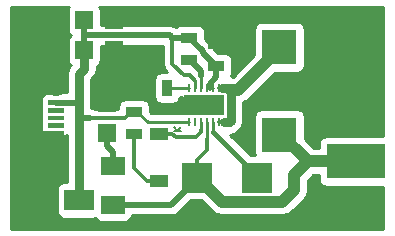
<source format=gbr>
G04 #@! TF.FileFunction,Copper,L1,Top,Signal*
%FSLAX46Y46*%
G04 Gerber Fmt 4.6, Leading zero omitted, Abs format (unit mm)*
G04 Created by KiCad (PCBNEW 4.1.0-alpha+201607041450+6962~46~ubuntu16.04.1-product) date Tue Jul  5 21:20:07 2016*
%MOMM*%
%LPD*%
G01*
G04 APERTURE LIST*
%ADD10C,0.100000*%
%ADD11C,0.150000*%
%ADD12R,0.250000X0.700000*%
%ADD13R,0.825000X0.850000*%
%ADD14R,2.550160X2.499360*%
%ADD15R,5.000000X3.000000*%
%ADD16R,3.000000X3.000000*%
%ADD17C,1.450000*%
%ADD18C,1.900000*%
%ADD19R,1.397000X0.889000*%
%ADD20R,2.499360X1.800860*%
%ADD21R,1.524000X1.524000*%
%ADD22R,0.889000X1.397000*%
%ADD23R,1.500000X1.050000*%
%ADD24R,2.032000X1.524000*%
%ADD25C,0.800000*%
%ADD26C,0.250000*%
%ADD27C,0.300000*%
%ADD28C,0.500000*%
%ADD29C,0.800000*%
%ADD30C,1.000000*%
%ADD31C,0.400000*%
%ADD32C,0.254000*%
G04 APERTURE END LIST*
D10*
D11*
X152636220Y-119229120D02*
X152941020Y-118909080D01*
X152651460Y-119191020D02*
X152379680Y-118916700D01*
X152379680Y-119221500D02*
X152948640Y-119226580D01*
D12*
X156157500Y-115600000D03*
X155657500Y-115600000D03*
X155157500Y-115600000D03*
X154657500Y-115600000D03*
X154157500Y-115600000D03*
X153657500Y-115600000D03*
X153657500Y-118500000D03*
X154157500Y-118500000D03*
X154657500Y-118500000D03*
X155157500Y-118500000D03*
X155657500Y-118500000D03*
X156157500Y-118500000D03*
D13*
X153670000Y-117475000D03*
X154495000Y-117475000D03*
X155320000Y-117475000D03*
X156145000Y-117475000D03*
X153670000Y-116625000D03*
X154495000Y-116625000D03*
X155320000Y-116625000D03*
X156145000Y-116625000D03*
D14*
X154335480Y-123190000D03*
X159385000Y-123190000D03*
D15*
X167775000Y-121800000D03*
X167775000Y-114300000D03*
D16*
X161290000Y-112124000D03*
X161290000Y-119524000D03*
D17*
X142400000Y-115610000D03*
X142400000Y-120610000D03*
D10*
G36*
X141725000Y-117910000D02*
X143075000Y-117910000D01*
X143075000Y-118310000D01*
X141725000Y-118310000D01*
X141725000Y-117910000D01*
X141725000Y-117910000D01*
G37*
G36*
X141725000Y-117260000D02*
X143075000Y-117260000D01*
X143075000Y-117660000D01*
X141725000Y-117660000D01*
X141725000Y-117260000D01*
X141725000Y-117260000D01*
G37*
G36*
X141725000Y-116610000D02*
X143075000Y-116610000D01*
X143075000Y-117010000D01*
X141725000Y-117010000D01*
X141725000Y-116610000D01*
X141725000Y-116610000D01*
G37*
G36*
X141725000Y-118560000D02*
X143075000Y-118560000D01*
X143075000Y-118960000D01*
X141725000Y-118960000D01*
X141725000Y-118560000D01*
X141725000Y-118560000D01*
G37*
G36*
X141725000Y-119210000D02*
X143075000Y-119210000D01*
X143075000Y-119610000D01*
X141725000Y-119610000D01*
X141725000Y-119210000D01*
X141725000Y-119210000D01*
G37*
G36*
X138750000Y-116360000D02*
X140650000Y-116360000D01*
X140650000Y-117860000D01*
X138750000Y-117860000D01*
X138750000Y-116360000D01*
X138750000Y-116360000D01*
G37*
G36*
X138750000Y-118360000D02*
X140650000Y-118360000D01*
X140650000Y-119860000D01*
X138750000Y-119860000D01*
X138750000Y-118360000D01*
X138750000Y-118360000D01*
G37*
D18*
X139700000Y-121610000D03*
X139700000Y-114610000D03*
D19*
X155956000Y-113728500D03*
X155956000Y-111823500D03*
D20*
X140335000Y-125095000D03*
X144332960Y-125095000D03*
D21*
X146685000Y-119380000D03*
X146685000Y-116840000D03*
X142240000Y-112395000D03*
X142240000Y-109855000D03*
X144780000Y-112395000D03*
X144780000Y-109855000D03*
X147320000Y-112395000D03*
X147320000Y-109855000D03*
D19*
X153670000Y-113220500D03*
X153670000Y-111315500D03*
D22*
X151765000Y-115570000D03*
X149860000Y-115570000D03*
D23*
X151130000Y-123444000D03*
X151130000Y-119444000D03*
D19*
X148971000Y-117602000D03*
X148971000Y-119507000D03*
D24*
X147193000Y-125476000D03*
X147193000Y-122174000D03*
D25*
X168910000Y-112014000D03*
X165608000Y-112014000D03*
X167132000Y-111252000D03*
X141732000Y-122936000D03*
X140716000Y-126746000D03*
X155956000Y-110744000D03*
X157480000Y-112268000D03*
X148590000Y-115316000D03*
X156145000Y-117475000D03*
X156145000Y-116625000D03*
X153670000Y-117475000D03*
X154495000Y-117475000D03*
X155320000Y-117475000D03*
X155320000Y-116625000D03*
X154495000Y-116625000D03*
X153670000Y-116625000D03*
D26*
X153657500Y-118500000D02*
X150123000Y-118500000D01*
X150123000Y-118500000D02*
X149225000Y-117602000D01*
X149225000Y-117602000D02*
X148971000Y-117602000D01*
D27*
X147782000Y-118110000D02*
X147574000Y-118110000D01*
X147574000Y-118110000D02*
X146177000Y-118110000D01*
X148717000Y-117602000D02*
X148209000Y-118110000D01*
X148209000Y-118110000D02*
X147574000Y-118110000D01*
X148971000Y-117602000D02*
X148717000Y-117602000D01*
X153728999Y-114521499D02*
X153197997Y-114521499D01*
X153197997Y-114521499D02*
X152227000Y-113550502D01*
X152227000Y-113550502D02*
X152227000Y-111315500D01*
X145288000Y-118110000D02*
X146177000Y-118110000D01*
D26*
X155407360Y-115600000D02*
X155657500Y-115600000D01*
X155407360Y-115600000D02*
X155157500Y-115600000D01*
D28*
X155407360Y-115600000D02*
X155407360Y-115221640D01*
X155407360Y-115221640D02*
X155956000Y-114673000D01*
X155956000Y-114673000D02*
X155956000Y-113728500D01*
X153670000Y-111315500D02*
X154818501Y-112464001D01*
X154818501Y-112464001D02*
X154818501Y-112591001D01*
X154818501Y-112591001D02*
X155956000Y-113728500D01*
X152036500Y-111125000D02*
X152227000Y-111315500D01*
X152227000Y-111315500D02*
X153670000Y-111315500D01*
D29*
X144332960Y-118110000D02*
X144332960Y-118618000D01*
X144332960Y-116840000D02*
X144332960Y-118110000D01*
D28*
X144332960Y-118110000D02*
X145288000Y-118110000D01*
D27*
X145288000Y-118110000D02*
X144115000Y-118110000D01*
D29*
X144332960Y-114404040D02*
X144332960Y-116840000D01*
D28*
X142400000Y-116810000D02*
X144302960Y-116810000D01*
X144302960Y-116810000D02*
X144332960Y-116840000D01*
D29*
X144332960Y-118618000D02*
X144332960Y-118327960D01*
X144332960Y-125095000D02*
X144332960Y-118618000D01*
X144780000Y-112395000D02*
X144780000Y-113957000D01*
X144780000Y-113957000D02*
X144332960Y-114404040D01*
D28*
X144780000Y-109855000D02*
X144780000Y-111125000D01*
X144780000Y-111125000D02*
X144780000Y-112395000D01*
X152036500Y-111125000D02*
X144780000Y-111125000D01*
D26*
X154157500Y-115600000D02*
X154157500Y-114950000D01*
D27*
X154157500Y-114950000D02*
X153728999Y-114521499D01*
D28*
X165608000Y-112014000D02*
X168910000Y-112014000D01*
X168275000Y-114300000D02*
X168275000Y-112395000D01*
X168275000Y-112395000D02*
X167132000Y-111252000D01*
X140335000Y-125095000D02*
X140335000Y-126365000D01*
X140335000Y-126365000D02*
X140716000Y-126746000D01*
X155956000Y-111823500D02*
X157035500Y-111823500D01*
X157035500Y-111823500D02*
X157480000Y-112268000D01*
X149860000Y-115570000D02*
X148844000Y-115570000D01*
X148844000Y-115570000D02*
X148590000Y-115316000D01*
D27*
X156145000Y-116625000D02*
X156145000Y-116650000D01*
X139700000Y-121610000D02*
X139700000Y-119110000D01*
X142400000Y-119410000D02*
X140000000Y-119410000D01*
X140000000Y-119410000D02*
X139700000Y-119110000D01*
X139700000Y-117110000D02*
X139700000Y-119110000D01*
D30*
X157157501Y-115755501D02*
X157802499Y-115755501D01*
X157802499Y-115755501D02*
X161290000Y-112268000D01*
X161290000Y-112268000D02*
X161290000Y-112124000D01*
D29*
X157157501Y-115755501D02*
X156972000Y-115570000D01*
X156972000Y-115570000D02*
X156464000Y-115570000D01*
X157157501Y-118380001D02*
X157157501Y-115755501D01*
D27*
X156210000Y-115570000D02*
X156464000Y-115570000D01*
X156180000Y-115600000D02*
X156210000Y-115570000D01*
X156157500Y-115600000D02*
X156180000Y-115600000D01*
D30*
X161290000Y-112124000D02*
X161180000Y-112124000D01*
D29*
X156600000Y-118500000D02*
X157037502Y-118500000D01*
X157037502Y-118500000D02*
X157157501Y-118380001D01*
X157157501Y-118380001D02*
X157037501Y-118500001D01*
D27*
X156157500Y-118500000D02*
X156600000Y-118500000D01*
D26*
X155657500Y-118500000D02*
X155657500Y-119335500D01*
X155702000Y-119380000D02*
X155702000Y-119329200D01*
D27*
X155657500Y-119335500D02*
X155702000Y-119380000D01*
D31*
X159385000Y-123012200D02*
X155702000Y-119329200D01*
X159385000Y-123190000D02*
X159385000Y-123063000D01*
D27*
X159359600Y-123190000D02*
X159385000Y-123190000D01*
D28*
X154335480Y-123190000D02*
X154335480Y-123286520D01*
X154335480Y-123286520D02*
X152146000Y-125476000D01*
X152146000Y-125476000D02*
X147193000Y-125476000D01*
D26*
X155161010Y-118931745D02*
X155161010Y-119902875D01*
X155161010Y-119902875D02*
X155161010Y-119220010D01*
D27*
X154335480Y-123190000D02*
X154335480Y-121640320D01*
X154335480Y-121640320D02*
X155161010Y-120814790D01*
X155161010Y-120814790D02*
X155161010Y-119902875D01*
D26*
X155157500Y-118500000D02*
X155157500Y-118928235D01*
X155157500Y-118928235D02*
X155161010Y-118931745D01*
D30*
X154335480Y-123190000D02*
X154360880Y-123190000D01*
X154360880Y-123190000D02*
X156392880Y-125222000D01*
X156392880Y-125222000D02*
X161544000Y-125222000D01*
X161544000Y-125222000D02*
X162546000Y-124220000D01*
X162546000Y-124220000D02*
X162546000Y-122950000D01*
X162546000Y-122950000D02*
X163696000Y-121800000D01*
X163696000Y-121800000D02*
X168275000Y-121800000D01*
X161434000Y-119524000D02*
X163710000Y-121800000D01*
X163710000Y-121800000D02*
X168275000Y-121800000D01*
X161290000Y-119524000D02*
X161434000Y-119524000D01*
D27*
X154813000Y-122712480D02*
X154335480Y-123190000D01*
X155157500Y-122367980D02*
X154335480Y-123190000D01*
D28*
X146685000Y-119380000D02*
X146685000Y-120523000D01*
X146685000Y-120523000D02*
X147193000Y-121031000D01*
X147193000Y-121031000D02*
X147193000Y-122174000D01*
D26*
X154657500Y-115600000D02*
X154657500Y-114554018D01*
X154657500Y-114554018D02*
X154657518Y-114554000D01*
D28*
X154657518Y-114127018D02*
X154657518Y-114554000D01*
X153670000Y-113220500D02*
X153751000Y-113220500D01*
X153751000Y-113220500D02*
X154657518Y-114127018D01*
D26*
X153657500Y-115600000D02*
X151795000Y-115600000D01*
X151795000Y-115600000D02*
X151765000Y-115570000D01*
D27*
X148971000Y-122335000D02*
X150080000Y-123444000D01*
X148971000Y-122335000D02*
X148971000Y-119507000D01*
X150080000Y-123444000D02*
X151130000Y-123444000D01*
X152497000Y-119761000D02*
X154209264Y-119761000D01*
X154209264Y-119761000D02*
X154653008Y-119317256D01*
X154653008Y-119317256D02*
X154653008Y-119104492D01*
X154653008Y-119104492D02*
X154657500Y-119100000D01*
X151130000Y-119444000D02*
X152180000Y-119444000D01*
X152180000Y-119444000D02*
X152497000Y-119761000D01*
D26*
X154657500Y-118500000D02*
X154657500Y-119100000D01*
D27*
X151320000Y-119634000D02*
X151130000Y-119444000D01*
D32*
G36*
X143419843Y-108845235D02*
X143370560Y-109093000D01*
X143370560Y-110617000D01*
X143419843Y-110864765D01*
X143560191Y-111074809D01*
X143635307Y-111125000D01*
X143560191Y-111175191D01*
X143419843Y-111385235D01*
X143370560Y-111633000D01*
X143370560Y-113157000D01*
X143419843Y-113404765D01*
X143560191Y-113614809D01*
X143619110Y-113654178D01*
X143601104Y-113672184D01*
X143376745Y-114007963D01*
X143297959Y-114404040D01*
X143297960Y-114404045D01*
X143297960Y-115925000D01*
X142400000Y-115925000D01*
X142211174Y-115962560D01*
X141725000Y-115962560D01*
X141477235Y-116011843D01*
X141267191Y-116152191D01*
X141126843Y-116362235D01*
X141077560Y-116610000D01*
X141077560Y-117010000D01*
X141102424Y-117135000D01*
X141077560Y-117260000D01*
X141077560Y-117660000D01*
X141102424Y-117785000D01*
X141077560Y-117910000D01*
X141077560Y-118310000D01*
X141102424Y-118435000D01*
X141077560Y-118560000D01*
X141077560Y-118960000D01*
X141126843Y-119207765D01*
X141267191Y-119417809D01*
X141477235Y-119558157D01*
X141725000Y-119607440D01*
X143075000Y-119607440D01*
X143297960Y-119563091D01*
X143297960Y-123547130D01*
X143083280Y-123547130D01*
X142835515Y-123596413D01*
X142625471Y-123736761D01*
X142485123Y-123946805D01*
X142435840Y-124194570D01*
X142435840Y-125995430D01*
X142485123Y-126243195D01*
X142625471Y-126453239D01*
X142835515Y-126593587D01*
X143083280Y-126642870D01*
X145582640Y-126642870D01*
X145671948Y-126625106D01*
X145719191Y-126695809D01*
X145929235Y-126836157D01*
X146177000Y-126885440D01*
X148209000Y-126885440D01*
X148456765Y-126836157D01*
X148666809Y-126695809D01*
X148807157Y-126485765D01*
X148831974Y-126361000D01*
X152145995Y-126361000D01*
X152146000Y-126361001D01*
X152428484Y-126304810D01*
X152484675Y-126293633D01*
X152771790Y-126101790D01*
X153786460Y-125087120D01*
X154652868Y-125087120D01*
X155590314Y-126024566D01*
X155958534Y-126270603D01*
X156392880Y-126357000D01*
X161544000Y-126357000D01*
X161978346Y-126270603D01*
X162346566Y-126024566D01*
X163348566Y-125022566D01*
X163432140Y-124897489D01*
X163594603Y-124654346D01*
X163681000Y-124220000D01*
X163681000Y-123420132D01*
X164166132Y-122935000D01*
X164627560Y-122935000D01*
X164627560Y-123300000D01*
X164676843Y-123547765D01*
X164817191Y-123757809D01*
X165027235Y-123898157D01*
X165275000Y-123947440D01*
X170053000Y-123947440D01*
X170053000Y-127508000D01*
X138557000Y-127508000D01*
X138557000Y-108712000D01*
X143508868Y-108712000D01*
X143419843Y-108845235D01*
X143419843Y-108845235D01*
G37*
X143419843Y-108845235D02*
X143370560Y-109093000D01*
X143370560Y-110617000D01*
X143419843Y-110864765D01*
X143560191Y-111074809D01*
X143635307Y-111125000D01*
X143560191Y-111175191D01*
X143419843Y-111385235D01*
X143370560Y-111633000D01*
X143370560Y-113157000D01*
X143419843Y-113404765D01*
X143560191Y-113614809D01*
X143619110Y-113654178D01*
X143601104Y-113672184D01*
X143376745Y-114007963D01*
X143297959Y-114404040D01*
X143297960Y-114404045D01*
X143297960Y-115925000D01*
X142400000Y-115925000D01*
X142211174Y-115962560D01*
X141725000Y-115962560D01*
X141477235Y-116011843D01*
X141267191Y-116152191D01*
X141126843Y-116362235D01*
X141077560Y-116610000D01*
X141077560Y-117010000D01*
X141102424Y-117135000D01*
X141077560Y-117260000D01*
X141077560Y-117660000D01*
X141102424Y-117785000D01*
X141077560Y-117910000D01*
X141077560Y-118310000D01*
X141102424Y-118435000D01*
X141077560Y-118560000D01*
X141077560Y-118960000D01*
X141126843Y-119207765D01*
X141267191Y-119417809D01*
X141477235Y-119558157D01*
X141725000Y-119607440D01*
X143075000Y-119607440D01*
X143297960Y-119563091D01*
X143297960Y-123547130D01*
X143083280Y-123547130D01*
X142835515Y-123596413D01*
X142625471Y-123736761D01*
X142485123Y-123946805D01*
X142435840Y-124194570D01*
X142435840Y-125995430D01*
X142485123Y-126243195D01*
X142625471Y-126453239D01*
X142835515Y-126593587D01*
X143083280Y-126642870D01*
X145582640Y-126642870D01*
X145671948Y-126625106D01*
X145719191Y-126695809D01*
X145929235Y-126836157D01*
X146177000Y-126885440D01*
X148209000Y-126885440D01*
X148456765Y-126836157D01*
X148666809Y-126695809D01*
X148807157Y-126485765D01*
X148831974Y-126361000D01*
X152145995Y-126361000D01*
X152146000Y-126361001D01*
X152428484Y-126304810D01*
X152484675Y-126293633D01*
X152771790Y-126101790D01*
X153786460Y-125087120D01*
X154652868Y-125087120D01*
X155590314Y-126024566D01*
X155958534Y-126270603D01*
X156392880Y-126357000D01*
X161544000Y-126357000D01*
X161978346Y-126270603D01*
X162346566Y-126024566D01*
X163348566Y-125022566D01*
X163432140Y-124897489D01*
X163594603Y-124654346D01*
X163681000Y-124220000D01*
X163681000Y-123420132D01*
X164166132Y-122935000D01*
X164627560Y-122935000D01*
X164627560Y-123300000D01*
X164676843Y-123547765D01*
X164817191Y-123757809D01*
X165027235Y-123898157D01*
X165275000Y-123947440D01*
X170053000Y-123947440D01*
X170053000Y-127508000D01*
X138557000Y-127508000D01*
X138557000Y-108712000D01*
X143508868Y-108712000D01*
X143419843Y-108845235D01*
G36*
X170053000Y-119652560D02*
X165275000Y-119652560D01*
X165027235Y-119701843D01*
X164817191Y-119842191D01*
X164676843Y-120052235D01*
X164627560Y-120300000D01*
X164627560Y-120665000D01*
X164180132Y-120665000D01*
X163437440Y-119922308D01*
X163437440Y-118024000D01*
X163388157Y-117776235D01*
X163247809Y-117566191D01*
X163037765Y-117425843D01*
X162790000Y-117376560D01*
X159790000Y-117376560D01*
X159542235Y-117425843D01*
X159332191Y-117566191D01*
X159191843Y-117776235D01*
X159142560Y-118024000D01*
X159142560Y-121024000D01*
X159191843Y-121271765D01*
X159205952Y-121292880D01*
X158846548Y-121292880D01*
X157080180Y-119526512D01*
X157433578Y-119456216D01*
X157769357Y-119231857D01*
X157889354Y-119111859D01*
X157889357Y-119111857D01*
X158081080Y-118824922D01*
X158113716Y-118776079D01*
X158192502Y-118380001D01*
X158192501Y-118379996D01*
X158192501Y-116812925D01*
X158236845Y-116804104D01*
X158605065Y-116558067D01*
X160891692Y-114271440D01*
X162790000Y-114271440D01*
X163037765Y-114222157D01*
X163247809Y-114081809D01*
X163388157Y-113871765D01*
X163437440Y-113624000D01*
X163437440Y-110624000D01*
X163388157Y-110376235D01*
X163247809Y-110166191D01*
X163037765Y-110025843D01*
X162790000Y-109976560D01*
X159790000Y-109976560D01*
X159542235Y-110025843D01*
X159332191Y-110166191D01*
X159191843Y-110376235D01*
X159142560Y-110624000D01*
X159142560Y-112810308D01*
X157343893Y-114608975D01*
X157152356Y-114570875D01*
X157252657Y-114420765D01*
X157301940Y-114173000D01*
X157301940Y-113284000D01*
X157252657Y-113036235D01*
X157112309Y-112826191D01*
X156902265Y-112685843D01*
X156654500Y-112636560D01*
X156115639Y-112636560D01*
X155644012Y-112164932D01*
X155636134Y-112125327D01*
X155636134Y-112125326D01*
X155444291Y-111838211D01*
X155444288Y-111838209D01*
X155015940Y-111409861D01*
X155015940Y-110871000D01*
X154966657Y-110623235D01*
X154826309Y-110413191D01*
X154616265Y-110272843D01*
X154368500Y-110223560D01*
X152971500Y-110223560D01*
X152723735Y-110272843D01*
X152523622Y-110406555D01*
X152375175Y-110307367D01*
X152318984Y-110296190D01*
X152036500Y-110239999D01*
X152036495Y-110240000D01*
X146189440Y-110240000D01*
X146189440Y-109093000D01*
X146140157Y-108845235D01*
X146051132Y-108712000D01*
X170053000Y-108712000D01*
X170053000Y-119652560D01*
X170053000Y-119652560D01*
G37*
X170053000Y-119652560D02*
X165275000Y-119652560D01*
X165027235Y-119701843D01*
X164817191Y-119842191D01*
X164676843Y-120052235D01*
X164627560Y-120300000D01*
X164627560Y-120665000D01*
X164180132Y-120665000D01*
X163437440Y-119922308D01*
X163437440Y-118024000D01*
X163388157Y-117776235D01*
X163247809Y-117566191D01*
X163037765Y-117425843D01*
X162790000Y-117376560D01*
X159790000Y-117376560D01*
X159542235Y-117425843D01*
X159332191Y-117566191D01*
X159191843Y-117776235D01*
X159142560Y-118024000D01*
X159142560Y-121024000D01*
X159191843Y-121271765D01*
X159205952Y-121292880D01*
X158846548Y-121292880D01*
X157080180Y-119526512D01*
X157433578Y-119456216D01*
X157769357Y-119231857D01*
X157889354Y-119111859D01*
X157889357Y-119111857D01*
X158081080Y-118824922D01*
X158113716Y-118776079D01*
X158192502Y-118380001D01*
X158192501Y-118379996D01*
X158192501Y-116812925D01*
X158236845Y-116804104D01*
X158605065Y-116558067D01*
X160891692Y-114271440D01*
X162790000Y-114271440D01*
X163037765Y-114222157D01*
X163247809Y-114081809D01*
X163388157Y-113871765D01*
X163437440Y-113624000D01*
X163437440Y-110624000D01*
X163388157Y-110376235D01*
X163247809Y-110166191D01*
X163037765Y-110025843D01*
X162790000Y-109976560D01*
X159790000Y-109976560D01*
X159542235Y-110025843D01*
X159332191Y-110166191D01*
X159191843Y-110376235D01*
X159142560Y-110624000D01*
X159142560Y-112810308D01*
X157343893Y-114608975D01*
X157152356Y-114570875D01*
X157252657Y-114420765D01*
X157301940Y-114173000D01*
X157301940Y-113284000D01*
X157252657Y-113036235D01*
X157112309Y-112826191D01*
X156902265Y-112685843D01*
X156654500Y-112636560D01*
X156115639Y-112636560D01*
X155644012Y-112164932D01*
X155636134Y-112125327D01*
X155636134Y-112125326D01*
X155444291Y-111838211D01*
X155444288Y-111838209D01*
X155015940Y-111409861D01*
X155015940Y-110871000D01*
X154966657Y-110623235D01*
X154826309Y-110413191D01*
X154616265Y-110272843D01*
X154368500Y-110223560D01*
X152971500Y-110223560D01*
X152723735Y-110272843D01*
X152523622Y-110406555D01*
X152375175Y-110307367D01*
X152318984Y-110296190D01*
X152036500Y-110239999D01*
X152036495Y-110240000D01*
X146189440Y-110240000D01*
X146189440Y-109093000D01*
X146140157Y-108845235D01*
X146051132Y-108712000D01*
X170053000Y-108712000D01*
X170053000Y-119652560D01*
G36*
X151442000Y-113550502D02*
X151501755Y-113850909D01*
X151671921Y-114105581D01*
X151790400Y-114224060D01*
X151320500Y-114224060D01*
X151072735Y-114273343D01*
X150862691Y-114413691D01*
X150722343Y-114623735D01*
X150673060Y-114871500D01*
X150673060Y-116268500D01*
X150722343Y-116516265D01*
X150862691Y-116726309D01*
X151072735Y-116866657D01*
X151320500Y-116915940D01*
X152209500Y-116915940D01*
X152457265Y-116866657D01*
X152667309Y-116726309D01*
X152807657Y-116516265D01*
X152838740Y-116360000D01*
X153042746Y-116360000D01*
X153074691Y-116407809D01*
X153284735Y-116548157D01*
X153532500Y-116597440D01*
X153782500Y-116597440D01*
X153907500Y-116572576D01*
X154032500Y-116597440D01*
X154282500Y-116597440D01*
X154407500Y-116572576D01*
X154532500Y-116597440D01*
X154782500Y-116597440D01*
X154907500Y-116572576D01*
X155032500Y-116597440D01*
X155282500Y-116597440D01*
X155407500Y-116572576D01*
X155532500Y-116597440D01*
X155782500Y-116597440D01*
X155907500Y-116572576D01*
X156032500Y-116597440D01*
X156122501Y-116597440D01*
X156122501Y-117502560D01*
X156032500Y-117502560D01*
X155907500Y-117527424D01*
X155782500Y-117502560D01*
X155532500Y-117502560D01*
X155407500Y-117527424D01*
X155282500Y-117502560D01*
X155032500Y-117502560D01*
X154907500Y-117527424D01*
X154782500Y-117502560D01*
X154532500Y-117502560D01*
X154407500Y-117527424D01*
X154282500Y-117502560D01*
X154032500Y-117502560D01*
X153907500Y-117527424D01*
X153782500Y-117502560D01*
X153532500Y-117502560D01*
X153284735Y-117551843D01*
X153074691Y-117692191D01*
X153042746Y-117740000D01*
X150437802Y-117740000D01*
X150316940Y-117619138D01*
X150316940Y-117157500D01*
X150267657Y-116909735D01*
X150127309Y-116699691D01*
X149917265Y-116559343D01*
X149669500Y-116510060D01*
X148272500Y-116510060D01*
X148024735Y-116559343D01*
X147814691Y-116699691D01*
X147674343Y-116909735D01*
X147625060Y-117157500D01*
X147625060Y-117325000D01*
X145675514Y-117325000D01*
X145626675Y-117292367D01*
X145367960Y-117240905D01*
X145367960Y-114832751D01*
X145511853Y-114688858D01*
X145511856Y-114688856D01*
X145736215Y-114353077D01*
X145754097Y-114263179D01*
X145815001Y-113957000D01*
X145815000Y-113956995D01*
X145815000Y-113738295D01*
X145999809Y-113614809D01*
X146140157Y-113404765D01*
X146189440Y-113157000D01*
X146189440Y-112010000D01*
X151442000Y-112010000D01*
X151442000Y-113550502D01*
X151442000Y-113550502D01*
G37*
X151442000Y-113550502D02*
X151501755Y-113850909D01*
X151671921Y-114105581D01*
X151790400Y-114224060D01*
X151320500Y-114224060D01*
X151072735Y-114273343D01*
X150862691Y-114413691D01*
X150722343Y-114623735D01*
X150673060Y-114871500D01*
X150673060Y-116268500D01*
X150722343Y-116516265D01*
X150862691Y-116726309D01*
X151072735Y-116866657D01*
X151320500Y-116915940D01*
X152209500Y-116915940D01*
X152457265Y-116866657D01*
X152667309Y-116726309D01*
X152807657Y-116516265D01*
X152838740Y-116360000D01*
X153042746Y-116360000D01*
X153074691Y-116407809D01*
X153284735Y-116548157D01*
X153532500Y-116597440D01*
X153782500Y-116597440D01*
X153907500Y-116572576D01*
X154032500Y-116597440D01*
X154282500Y-116597440D01*
X154407500Y-116572576D01*
X154532500Y-116597440D01*
X154782500Y-116597440D01*
X154907500Y-116572576D01*
X155032500Y-116597440D01*
X155282500Y-116597440D01*
X155407500Y-116572576D01*
X155532500Y-116597440D01*
X155782500Y-116597440D01*
X155907500Y-116572576D01*
X156032500Y-116597440D01*
X156122501Y-116597440D01*
X156122501Y-117502560D01*
X156032500Y-117502560D01*
X155907500Y-117527424D01*
X155782500Y-117502560D01*
X155532500Y-117502560D01*
X155407500Y-117527424D01*
X155282500Y-117502560D01*
X155032500Y-117502560D01*
X154907500Y-117527424D01*
X154782500Y-117502560D01*
X154532500Y-117502560D01*
X154407500Y-117527424D01*
X154282500Y-117502560D01*
X154032500Y-117502560D01*
X153907500Y-117527424D01*
X153782500Y-117502560D01*
X153532500Y-117502560D01*
X153284735Y-117551843D01*
X153074691Y-117692191D01*
X153042746Y-117740000D01*
X150437802Y-117740000D01*
X150316940Y-117619138D01*
X150316940Y-117157500D01*
X150267657Y-116909735D01*
X150127309Y-116699691D01*
X149917265Y-116559343D01*
X149669500Y-116510060D01*
X148272500Y-116510060D01*
X148024735Y-116559343D01*
X147814691Y-116699691D01*
X147674343Y-116909735D01*
X147625060Y-117157500D01*
X147625060Y-117325000D01*
X145675514Y-117325000D01*
X145626675Y-117292367D01*
X145367960Y-117240905D01*
X145367960Y-114832751D01*
X145511853Y-114688858D01*
X145511856Y-114688856D01*
X145736215Y-114353077D01*
X145754097Y-114263179D01*
X145815001Y-113957000D01*
X145815000Y-113956995D01*
X145815000Y-113738295D01*
X145999809Y-113614809D01*
X146140157Y-113404765D01*
X146189440Y-113157000D01*
X146189440Y-112010000D01*
X151442000Y-112010000D01*
X151442000Y-113550502D01*
M02*

</source>
